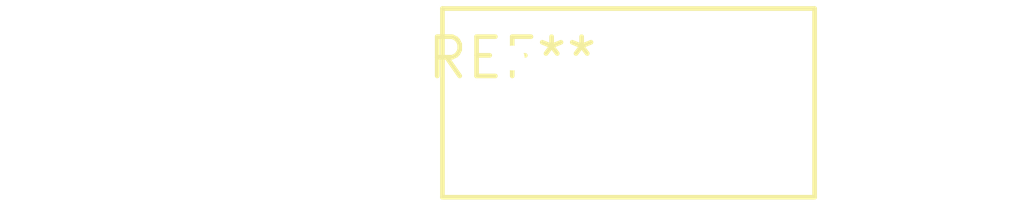
<source format=kicad_pcb>
(kicad_pcb (version 20240108) (generator pcbnew)
  (layers (0 "F.Cu" signal) (31 "B.Cu" signal) (34 "B.Paste" user) (35 "F.Paste" user) (36 "B.SilkS" user "B.Silkscreen") (37 "F.SilkS" user "F.Silkscreen") (38 "B.Mask" user) (39 "F.Mask" user) (44 "Edge.Cuts" user))
  (net 0 "")
  (footprint "RV_Disc_D12mm_W6.1mm_P7.5mm" (layer "F.Cu") (at 0 0)
    (property "Reference" "REF**")
    (property "Value" "RV_Disc_D12mm_W6.1mm_P7.5mm")
    (fp_line (start -2.25 -1.6) (end -2.25 4.5) (layer "F.SilkS") (stroke (width 0.15)))
    (fp_line (start -2.25 -1.6) (end 9.75 -1.6) (layer "F.SilkS") (stroke (width 0.15)))
    (fp_line (start -2.25 4.5) (end 9.75 4.5) (layer "F.SilkS") (stroke (width 0.15)))
    (fp_line (start 9.75 -1.6) (end 9.75 4.5) (layer "F.SilkS") (stroke (width 0.15)))
    (pad "1" thru_hole circle (at 0 0) (size 1.8 1.8) (drill 0.8) (layers *.Cu *.Mask) (remove_unused_layers))
    (pad "2" thru_hole circle (at 7.5 2.9) (size 1.8 1.8) (drill 0.8) (layers *.Cu *.Mask) (remove_unused_layers))
  )
)
</source>
